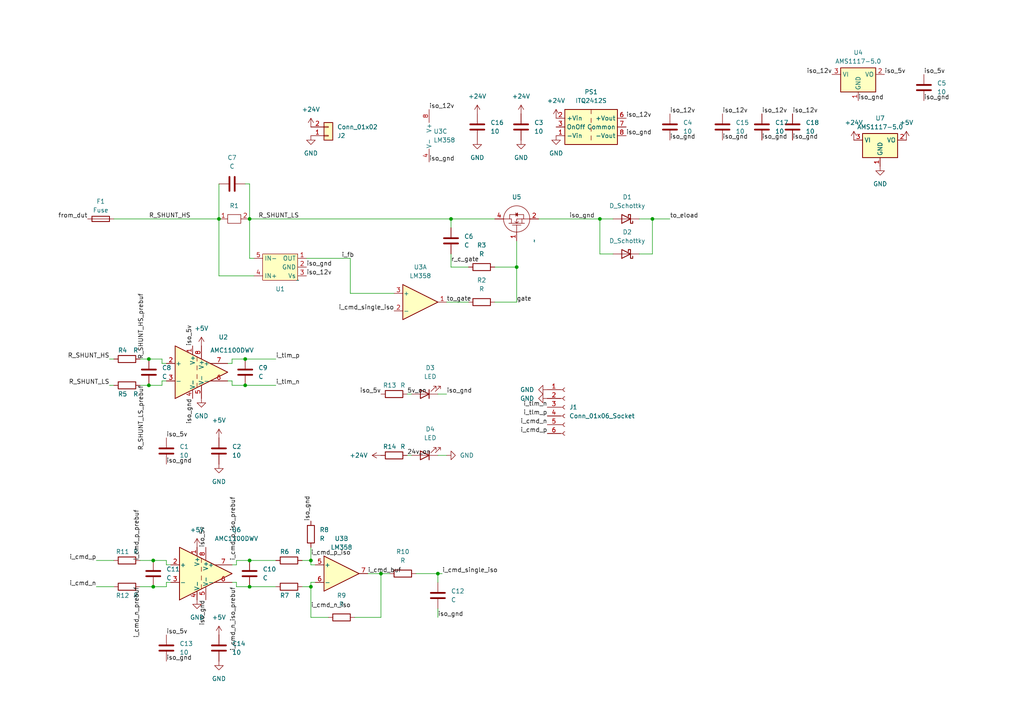
<source format=kicad_sch>
(kicad_sch (version 20230121) (generator eeschema)
  (paper "A4")
  (lib_symbols
    (symbol "Amplifier_Difference:AMC1100DWV" (pin_names (offset 0.127))
      (property "Reference" "U" (at 7.62 8.89 0))
      (property "Value" "AMC1100DWV" (at 1.27 6.35 0))
      (symbol "AMC1100DWV_0_1"
        (polyline (pts (xy -1.27 -3.175) (xy -1.27 -4.445)))
        (polyline (pts (xy -1.27 -0.635) (xy -1.27 -1.905)))
        (polyline (pts (xy -1.27 1.905) (xy -1.27 0.635)))
        (polyline (pts (xy -1.27 4.445) (xy -1.27 3.175)))
        (polyline (pts (xy -7.62 -7.62) (xy -7.62 7.62) (xy 7.62 0) (xy -7.62 -7.62)) (stroke (width 0.254)) (fill (type background)))
      )
      (symbol "AMC1100DWV_1_1"
        (pin power_in line (at -2.54 7.62 270) (length 2.54) (name "V+") (number "1"))
        (pin input line (at -10.16 2.54 0) (length 2.54) (name "+") (number "2"))
        (pin input line (at -10.16 -2.54 0) (length 2.54) (name "-") (number "3"))
        (pin power_in line (at -2.54 -7.62 90) (length 2.54) (name "V-") (number "4"))
        (pin power_in line (at 0 -7.62 90) (length 3.81) (name "V-") (number "5"))
        (pin output line (at 7.62 -2.54 180) (length 5.08) (name "-") (number "6"))
        (pin output line (at 7.62 2.54 180) (length 5.08) (name "+") (number "7"))
        (pin power_in line (at 0 7.62 270) (length 3.81) (name "V+") (number "8"))
      )
    )
    (symbol "Amplifier_Operational:LM358" (pin_names (offset 0.127))
      (property "Reference" "U" (at 0 5.08 0))
      (property "Value" "LM358" (at 0 -5.08 0))
      (symbol "LM358_1_1"
        (polyline (pts (xy -5.08 5.08) (xy 5.08 0) (xy -5.08 -5.08) (xy -5.08 5.08)) (stroke (width 0.254)) (fill (type background)))
        (pin output line (at 7.62 0 180) (length 2.54) (name "~") (number "1"))
        (pin input line (at -7.62 -2.54 0) (length 2.54) (name "-") (number "2"))
        (pin input line (at -7.62 2.54 0) (length 2.54) (name "+") (number "3"))
      )
      (symbol "LM358_2_1"
        (polyline (pts (xy -5.08 5.08) (xy 5.08 0) (xy -5.08 -5.08) (xy -5.08 5.08)) (stroke (width 0.254)) (fill (type background)))
        (pin input line (at -7.62 2.54 0) (length 2.54) (name "+") (number "5"))
        (pin input line (at -7.62 -2.54 0) (length 2.54) (name "-") (number "6"))
        (pin output line (at 7.62 0 180) (length 2.54) (name "~") (number "7"))
      )
      (symbol "LM358_3_1"
        (pin power_in line (at -2.54 -7.62 90) (length 3.81) (name "V-") (number "4"))
        (pin power_in line (at -2.54 7.62 270) (length 3.81) (name "V+") (number "8"))
      )
    )
    (symbol "Connector:Conn_01x06_Socket" (pin_names (offset 1.016) hide)
      (property "Reference" "J" (at 0 7.62 0))
      (property "Value" "Conn_01x06_Socket" (at 0 -10.16 0))
      (symbol "Conn_01x06_Socket_1_1"
        (arc (start 0 -7.112) (mid -0.5058 -7.62) (end 0 -8.128) (stroke (width 0.1524)))
        (arc (start 0 -4.572) (mid -0.5058 -5.08) (end 0 -5.588) (stroke (width 0.1524)))
        (arc (start 0 -2.032) (mid -0.5058 -2.54) (end 0 -3.048) (stroke (width 0.1524)))
        (polyline (pts (xy -1.27 -7.62) (xy -0.508 -7.62)) (stroke (width 0.1524)))
        (polyline (pts (xy -1.27 -5.08) (xy -0.508 -5.08)) (stroke (width 0.1524)))
        (polyline (pts (xy -1.27 -2.54) (xy -0.508 -2.54)) (stroke (width 0.1524)))
        (polyline (pts (xy -1.27 0) (xy -0.508 0)) (stroke (width 0.1524)))
        (polyline (pts (xy -1.27 2.54) (xy -0.508 2.54)) (stroke (width 0.1524)))
        (polyline (pts (xy -1.27 5.08) (xy -0.508 5.08)) (stroke (width 0.1524)))
        (arc (start 0 0.508) (mid -0.5058 0) (end 0 -0.508) (stroke (width 0.1524)))
        (arc (start 0 3.048) (mid -0.5058 2.54) (end 0 2.032) (stroke (width 0.1524)))
        (arc (start 0 5.588) (mid -0.5058 5.08) (end 0 4.572) (stroke (width 0.1524)))
        (pin passive line (at -5.08 5.08 0) (length 3.81) (name "Pin_1") (number "1"))
        (pin passive line (at -5.08 2.54 0) (length 3.81) (name "Pin_2") (number "2"))
        (pin passive line (at -5.08 0 0) (length 3.81) (name "Pin_3") (number "3"))
        (pin passive line (at -5.08 -2.54 0) (length 3.81) (name "Pin_4") (number "4"))
        (pin passive line (at -5.08 -5.08 0) (length 3.81) (name "Pin_5") (number "5"))
        (pin passive line (at -5.08 -7.62 0) (length 3.81) (name "Pin_6") (number "6"))
      )
    )
    (symbol "Connector_Generic:Conn_01x02" (pin_names (offset 1.016) hide)
      (property "Reference" "J" (at 0 2.54 0))
      (property "Value" "Conn_01x02" (at 0 -5.08 0))
      (symbol "Conn_01x02_1_1"
        (rectangle (start -1.27 -2.413) (end 0 -2.667) (stroke (width 0.1524)))
        (rectangle (start -1.27 0.127) (end 0 -0.127) (stroke (width 0.1524)))
        (rectangle (start -1.27 1.27) (end 1.27 -3.81) (stroke (width 0.254)) (fill (type background)))
        (pin passive line (at -5.08 0 0) (length 3.81) (name "Pin_1") (number "1"))
        (pin passive line (at -5.08 -2.54 0) (length 3.81) (name "Pin_2") (number "2"))
      )
    )
    (symbol "Converter_DCDC:ITQ2412S"
      (property "Reference" "PS" (at -7.62 6.35 0))
      (property "Value" "ITQ2412S" (at 1.27 6.35 0))
      (symbol "ITQ2412S_0_0"
        (pin power_in line (at -10.16 -2.54 0) (length 2.54) (name "-Vin") (number "1"))
        (pin power_in line (at -10.16 2.54 0) (length 2.54) (name "+Vin") (number "2"))
        (pin input line (at -10.16 0 0) (length 2.54) (name "OnOff") (number "3"))
        (pin no_connect line (at 0 5.08 270) (length 2.54) hide (name "NC") (number "5"))
        (pin power_out line (at 10.16 2.54 180) (length 2.54) (name "+Vout") (number "6"))
        (pin power_out line (at 10.16 0 180) (length 2.54) (name "Common") (number "7"))
        (pin power_out line (at 10.16 -2.54 180) (length 2.54) (name "-Vout") (number "8"))
      )
      (symbol "ITQ2412S_0_1"
        (rectangle (start -7.62 5.08) (end 7.62 -5.08) (stroke (width 0.254)) (fill (type background)))
        (polyline (pts (xy 0 -2.54) (xy 0 -3.81)))
        (polyline (pts (xy 0 0) (xy 0 -1.27)))
        (polyline (pts (xy 0 2.54) (xy 0 1.27)))
        (polyline (pts (xy 0 5.08) (xy 0 3.81)))
      )
    )
    (symbol "Device:C" (pin_numbers hide) (pin_names (offset 0.254))
      (property "Reference" "C" (at 0.635 2.54 0))
      (property "Value" "C" (at 0.635 -2.54 0))
      (symbol "C_0_1"
        (polyline (pts (xy -2.032 -0.762) (xy 2.032 -0.762)) (stroke (width 0.508)))
        (polyline (pts (xy -2.032 0.762) (xy 2.032 0.762)) (stroke (width 0.508)))
      )
      (symbol "C_1_1"
        (pin passive line (at 0 3.81 270) (length 2.794) (name "~") (number "1"))
        (pin passive line (at 0 -3.81 90) (length 2.794) (name "~") (number "2"))
      )
    )
    (symbol "Device:D_Schottky" (pin_numbers hide) (pin_names (offset 1.016) hide)
      (property "Reference" "D" (at 0 2.54 0))
      (property "Value" "D_Schottky" (at 0 -2.54 0))
      (symbol "D_Schottky_0_1"
        (polyline (pts (xy 1.27 0) (xy -1.27 0)))
        (polyline (pts (xy 1.27 1.27) (xy 1.27 -1.27) (xy -1.27 0) (xy 1.27 1.27)) (stroke (width 0.254)))
        (polyline (pts (xy -1.905 0.635) (xy -1.905 1.27) (xy -1.27 1.27) (xy -1.27 -1.27) (xy -0.635 -1.27) (xy -0.635 -0.635)) (stroke (width 0.254)))
      )
      (symbol "D_Schottky_1_1"
        (pin passive line (at -3.81 0 0) (length 2.54) (name "K") (number "1"))
        (pin passive line (at 3.81 0 180) (length 2.54) (name "A") (number "2"))
      )
    )
    (symbol "Device:Fuse" (pin_numbers hide) (pin_names (offset 0))
      (property "Reference" "F" (at 2.032 0 90))
      (property "Value" "Fuse" (at -1.905 0 90))
      (symbol "Fuse_0_1"
        (rectangle (start -0.762 -2.54) (end 0.762 2.54) (stroke (width 0.254)))
        (polyline (pts (xy 0 2.54) (xy 0 -2.54)))
      )
      (symbol "Fuse_1_1"
        (pin passive line (at 0 3.81 270) (length 1.27) (name "~") (number "1"))
        (pin passive line (at 0 -3.81 90) (length 1.27) (name "~") (number "2"))
      )
    )
    (symbol "Device:LED" (pin_numbers hide) (pin_names (offset 1.016) hide)
      (property "Reference" "D" (at 0 2.54 0))
      (property "Value" "LED" (at 0 -2.54 0))
      (symbol "LED_0_1"
        (polyline (pts (xy -1.27 -1.27) (xy -1.27 1.27)) (stroke (width 0.254)))
        (polyline (pts (xy -1.27 0) (xy 1.27 0)))
        (polyline (pts (xy 1.27 -1.27) (xy 1.27 1.27) (xy -1.27 0) (xy 1.27 -1.27)) (stroke (width 0.254)))
        (polyline (pts (xy -3.048 -0.762) (xy -4.572 -2.286) (xy -3.81 -2.286) (xy -4.572 -2.286) (xy -4.572 -1.524)))
        (polyline (pts (xy -1.778 -0.762) (xy -3.302 -2.286) (xy -2.54 -2.286) (xy -3.302 -2.286) (xy -3.302 -1.524)))
      )
      (symbol "LED_1_1"
        (pin passive line (at -3.81 0 0) (length 2.54) (name "K") (number "1"))
        (pin passive line (at 3.81 0 180) (length 2.54) (name "A") (number "2"))
      )
    )
    (symbol "Device:R" (pin_numbers hide) (pin_names (offset 0))
      (property "Reference" "R" (at 2.032 0 90))
      (property "Value" "R" (at 0 0 90))
      (symbol "R_0_1"
        (rectangle (start -1.016 -2.54) (end 1.016 2.54) (stroke (width 0.254)))
      )
      (symbol "R_1_1"
        (pin passive line (at 0 3.81 270) (length 1.27) (name "~") (number "1"))
        (pin passive line (at 0 -3.81 90) (length 1.27) (name "~") (number "2"))
      )
    )
    (symbol "Regulator_Linear:AMS1117-5.0"
      (property "Reference" "U" (at -3.81 3.175 0))
      (property "Value" "AMS1117-5.0" (at 0 3.175 0))
      (symbol "AMS1117-5.0_0_1"
        (rectangle (start -5.08 -5.08) (end 5.08 1.905) (stroke (width 0.254)) (fill (type background)))
      )
      (symbol "AMS1117-5.0_1_1"
        (pin power_in line (at 0 -7.62 90) (length 2.54) (name "GND") (number "1"))
        (pin power_out line (at 7.62 0 180) (length 2.54) (name "VO") (number "2"))
        (pin power_in line (at -7.62 0 0) (length 2.54) (name "VI") (number "3"))
      )
    )
    (symbol "my parts:INA281B1"
      (property "Reference" "U" (at 0 0 0))
      (symbol "INA281B1_1_1"
        (rectangle (start 0 7.62) (end 10.16 0) (fill (type background)))
        (pin input line (at -2.54 6.35 0) (length 2.54) (name "OUT") (number "1"))
        (pin input line (at -2.54 3.81 0) (length 2.54) (name "GND") (number "2"))
        (pin input line (at -2.54 1.27 0) (length 2.54) (name "Vs") (number "3"))
        (pin input line (at 12.7 1.27 180) (length 2.54) (name "IN+") (number "4"))
        (pin input line (at 12.7 6.35 180) (length 2.54) (name "IN-") (number "5"))
      )
    )
    (symbol "my parts:IPB032N10N5"
      (property "Reference" "U" (at 0 0 0))
      (symbol "IPB032N10N5_0_1"
        (polyline (pts (xy 4.572 6.35) (xy 4.572 3.81)))
        (polyline (pts (xy 5.08 7.366) (xy 5.08 2.794)))
        (polyline (pts (xy 6.35 3.556) (xy 5.08 3.556)))
        (polyline (pts (xy 6.35 6.604) (xy 5.08 6.604)))
        (polyline (pts (xy 6.35 6.604) (xy 6.35 8.89)))
        (polyline (pts (xy 2.54 5.08) (xy 4.318 5.08) (xy 4.572 5.08)))
        (polyline (pts (xy 7.62 5.334) (xy 7.62 7.112) (xy 6.35 7.112)))
        (polyline (pts (xy 8.128 5.334) (xy 7.112 5.334) (xy 7.62 5.334)))
        (polyline (pts (xy 6.35 1.27) (xy 6.35 5.08) (xy 5.08 5.08) (xy 5.588 5.588) (xy 5.08 5.08) (xy 5.588 4.572)))
        (polyline (pts (xy 6.35 3.048) (xy 7.62 3.048) (xy 7.62 4.826) (xy 8.128 4.826) (xy 7.62 5.334) (xy 7.112 4.826) (xy 7.62 4.826) (xy 7.62 5.334) (xy 7.874 5.08) (xy 7.62 4.826) (xy 7.366 5.08) (xy 7.366 4.826) (xy 7.874 4.826) (xy 7.874 5.08) (xy 7.366 5.08)))
        (circle (center 6.35 5.08) (radius 3.81))
      )
      (symbol "IPB032N10N5_1_1"
        (pin input line (at 0 5.08 0) (length 2.54) (name "") (number "1"))
        (pin input line (at 6.35 -1.27 90) (length 2.54) (name "") (number "2"))
        (pin input line (at 6.35 -1.27 90) (length 2.54) hide (name "") (number "3"))
        (pin input line (at 6.35 11.43 270) (length 2.54) (name "") (number "4"))
        (pin input line (at 6.35 -1.27 90) (length 2.54) hide (name "") (number "5"))
        (pin input line (at 6.35 -1.27 90) (length 2.54) hide (name "") (number "6"))
        (pin input line (at 6.35 -1.27 90) (length 2.54) hide (name "") (number "7"))
      )
    )
    (symbol "my parts:SLN5TTED5L00D"
      (property "Reference" "R" (at 1.27 -1.27 0))
      (symbol "SLN5TTED5L00D_0_1"
        (rectangle (start 0 0) (end 3.81 -2.54))
      )
      (symbol "SLN5TTED5L00D_1_1"
        (pin bidirectional line (at -2.54 -1.27 0) (length 2.54) (name "") (number "1"))
        (pin bidirectional line (at 6.35 -1.27 180) (length 2.54) (name "") (number "2"))
      )
    )
    (symbol "power:+24V" (power) (pin_names (offset 0))
      (property "Value" "+24V" (at 0 3.556 0))
      (symbol "+24V_0_1"
        (polyline (pts (xy -0.762 1.27) (xy 0 2.54)))
        (polyline (pts (xy 0 0) (xy 0 2.54)))
        (polyline (pts (xy 0 2.54) (xy 0.762 1.27)))
      )
      (symbol "+24V_1_1"
        (pin power_in line (at 0 0 90) (length 0) hide (name "+24V") (number "1"))
      )
    )
    (symbol "power:+5V" (power) (pin_names (offset 0))
      (property "Value" "+5V" (at 0 3.556 0))
      (symbol "+5V_0_1"
        (polyline (pts (xy -0.762 1.27) (xy 0 2.54)))
        (polyline (pts (xy 0 0) (xy 0 2.54)))
        (polyline (pts (xy 0 2.54) (xy 0.762 1.27)))
      )
      (symbol "+5V_1_1"
        (pin power_in line (at 0 0 90) (length 0) hide (name "+5V") (number "1"))
      )
    )
    (symbol "power:GND" (power) (pin_names (offset 0))
      (property "Value" "GND" (at 0 -3.81 0))
      (symbol "GND_0_1"
        (polyline (pts (xy 0 0) (xy 0 -1.27) (xy 1.27 -1.27) (xy 0 -2.54) (xy -1.27 -1.27) (xy 0 -1.27)))
      )
      (symbol "GND_1_1"
        (pin power_in line (at 0 0 270) (length 0) hide (name "GND") (number "1"))
      )
    )
  )
  (junction (at 72.39 162.56))
  (junction (at 43.18 104.14))
  (junction (at 110.49 166.37))
  (junction (at 43.18 111.76))
  (junction (at 71.12 104.14))
  (junction (at 90.17 162.56))
  (junction (at 130.81 63.5))
  (junction (at 71.12 111.76))
  (junction (at 173.99 63.5))
  (junction (at 63.5 63.5))
  (junction (at 72.39 170.18))
  (junction (at 44.45 162.56))
  (junction (at 127 166.37))
  (junction (at 44.45 170.18))
  (junction (at 90.17 170.18))
  (junction (at 189.23 63.5))
  (junction (at 149.86 77.47))
  (junction (at 72.39 63.5))
  (wire (pts (xy 189.23 63.5) (xy 189.23 73.66)))
  (wire (pts (xy 127 132.08) (xy 129.54 132.08)))
  (wire (pts (xy 40.64 162.56) (xy 44.45 162.56)))
  (wire (pts (xy 156.21 63.5) (xy 173.99 63.5)))
  (wire (pts (xy 149.86 69.85) (xy 149.86 77.47)))
  (wire (pts (xy 130.81 63.5) (xy 130.81 66.04)))
  (wire (pts (xy 118.11 114.3) (xy 119.38 114.3)))
  (wire (pts (xy 87.63 162.56) (xy 90.17 162.56)))
  (wire (pts (xy 40.64 170.18) (xy 44.45 170.18)))
  (wire (pts (xy 27.94 162.56) (xy 33.02 162.56)))
  (wire (pts (xy 173.99 63.5) (xy 173.99 73.66)))
  (wire (pts (xy 67.31 163.83) (xy 68.58 163.83)))
  (wire (pts (xy 63.5 53.34) (xy 63.5 63.5)))
  (wire (pts (xy 27.94 170.18) (xy 33.02 170.18)))
  (wire (pts (xy 48.26 162.56) (xy 48.26 163.83)))
  (wire (pts (xy 127 166.37) (xy 127 168.91)))
  (wire (pts (xy 63.5 80.01) (xy 73.66 80.01)))
  (wire (pts (xy 67.31 110.49) (xy 67.31 111.76)))
  (wire (pts (xy 68.58 162.56) (xy 72.39 162.56)))
  (wire (pts (xy 101.6 85.09) (xy 114.3 85.09)))
  (wire (pts (xy 90.17 158.75) (xy 90.17 162.56)))
  (wire (pts (xy 67.31 104.14) (xy 71.12 104.14)))
  (wire (pts (xy 101.6 74.93) (xy 88.9 74.93)))
  (wire (pts (xy 46.99 104.14) (xy 46.99 105.41)))
  (wire (pts (xy 130.81 73.66) (xy 130.81 77.47)))
  (wire (pts (xy 149.86 77.47) (xy 149.86 87.63)))
  (wire (pts (xy 46.99 105.41) (xy 48.26 105.41)))
  (wire (pts (xy 101.6 85.09) (xy 101.6 74.93)))
  (wire (pts (xy 143.51 87.63) (xy 149.86 87.63)))
  (wire (pts (xy 110.49 179.07) (xy 110.49 166.37)))
  (wire (pts (xy 173.99 63.5) (xy 177.8 63.5)))
  (wire (pts (xy 143.51 77.47) (xy 149.86 77.47)))
  (wire (pts (xy 46.99 110.49) (xy 48.26 110.49)))
  (wire (pts (xy 90.17 179.07) (xy 95.25 179.07)))
  (wire (pts (xy 68.58 168.91) (xy 68.58 170.18)))
  (wire (pts (xy 87.63 170.18) (xy 90.17 170.18)))
  (wire (pts (xy 43.18 104.14) (xy 46.99 104.14)))
  (wire (pts (xy 90.17 163.83) (xy 91.44 163.83)))
  (wire (pts (xy 72.39 74.93) (xy 73.66 74.93)))
  (wire (pts (xy 90.17 162.56) (xy 90.17 163.83)))
  (wire (pts (xy 40.64 111.76) (xy 43.18 111.76)))
  (wire (pts (xy 68.58 163.83) (xy 68.58 162.56)))
  (wire (pts (xy 71.12 53.34) (xy 72.39 53.34)))
  (wire (pts (xy 118.11 132.08) (xy 119.38 132.08)))
  (wire (pts (xy 129.54 87.63) (xy 135.89 87.63)))
  (wire (pts (xy 72.39 63.5) (xy 130.81 63.5)))
  (wire (pts (xy 48.26 170.18) (xy 48.26 168.91)))
  (wire (pts (xy 72.39 63.5) (xy 72.39 74.93)))
  (wire (pts (xy 48.26 163.83) (xy 49.53 163.83)))
  (wire (pts (xy 120.65 166.37) (xy 127 166.37)))
  (wire (pts (xy 66.04 105.41) (xy 67.31 105.41)))
  (wire (pts (xy 71.12 111.76) (xy 80.01 111.76)))
  (wire (pts (xy 48.26 168.91) (xy 49.53 168.91)))
  (wire (pts (xy 40.64 104.14) (xy 43.18 104.14)))
  (wire (pts (xy 90.17 170.18) (xy 90.17 168.91)))
  (wire (pts (xy 43.18 111.76) (xy 46.99 111.76)))
  (wire (pts (xy 185.42 73.66) (xy 189.23 73.66)))
  (wire (pts (xy 90.17 170.18) (xy 90.17 179.07)))
  (wire (pts (xy 31.75 111.76) (xy 33.02 111.76)))
  (wire (pts (xy 127 179.07) (xy 127 176.53)))
  (wire (pts (xy 189.23 63.5) (xy 185.42 63.5)))
  (wire (pts (xy 44.45 162.56) (xy 48.26 162.56)))
  (wire (pts (xy 72.39 162.56) (xy 80.01 162.56)))
  (wire (pts (xy 67.31 168.91) (xy 68.58 168.91)))
  (wire (pts (xy 68.58 170.18) (xy 72.39 170.18)))
  (wire (pts (xy 90.17 168.91) (xy 91.44 168.91)))
  (wire (pts (xy 173.99 73.66) (xy 177.8 73.66)))
  (wire (pts (xy 130.81 63.5) (xy 143.51 63.5)))
  (wire (pts (xy 110.49 166.37) (xy 113.03 166.37)))
  (wire (pts (xy 33.02 63.5) (xy 63.5 63.5)))
  (wire (pts (xy 67.31 105.41) (xy 67.31 104.14)))
  (wire (pts (xy 106.68 166.37) (xy 110.49 166.37)))
  (wire (pts (xy 67.31 111.76) (xy 71.12 111.76)))
  (wire (pts (xy 44.45 170.18) (xy 48.26 170.18)))
  (wire (pts (xy 72.39 170.18) (xy 80.01 170.18)))
  (wire (pts (xy 72.39 53.34) (xy 72.39 63.5)))
  (wire (pts (xy 130.81 77.47) (xy 135.89 77.47)))
  (wire (pts (xy 63.5 63.5) (xy 63.5 80.01)))
  (wire (pts (xy 66.04 110.49) (xy 67.31 110.49)))
  (wire (pts (xy 127 114.3) (xy 129.54 114.3)))
  (wire (pts (xy 194.31 63.5) (xy 189.23 63.5)))
  (wire (pts (xy 46.99 111.76) (xy 46.99 110.49)))
  (wire (pts (xy 71.12 104.14) (xy 80.01 104.14)))
  (wire (pts (xy 31.75 104.14) (xy 33.02 104.14)))
  (wire (pts (xy 102.87 179.07) (xy 110.49 179.07)))
  (wire (pts (xy 127 166.37) (xy 128.27 166.37)))
  (label "iso_gnd" (at 90.17 151.13 90))
  (label "iso_12v" (at 229.87 33.02 0))
  (label "iso_gnd" (at 48.26 134.62 0))
  (label "iso_5v" (at 55.88 100.33 90))
  (label "i_fb" (at 99.06 74.93 0))
  (label "iso_gnd" (at 124.46 46.99 0))
  (label "iso_12v" (at 181.61 34.29 0))
  (label "R_SHUNT_HS_prebuf" (at 41.91 104.14 90))
  (label "iso_gnd" (at 194.31 40.64 0))
  (label "i_cmd_p_prebuf" (at 40.64 162.56 90))
  (label "iso_5v" (at 48.26 127 0))
  (label "iso_gnd" (at 129.54 114.3 0))
  (label "i_cmd_buf" (at 106.68 166.37 0))
  (label "gate" (at 149.86 87.63 0))
  (label "i_cmd_p_iso" (at 90.17 161.29 0))
  (label "iso_gnd" (at 165.1 63.5 0))
  (label "iso_12v" (at 194.31 33.02 0))
  (label "R_SHUNT_LS_prebuf" (at 41.91 111.76 270))
  (label "iso_gnd" (at 55.88 115.57 270))
  (label "from_dut" (at 25.4 63.5 180))
  (label "iso_gnd" (at 220.98 40.64 0))
  (label "i_cmd_n" (at 27.94 170.18 180))
  (label "iso_5v" (at 110.49 114.3 180))
  (label "i_tlm_n" (at 80.01 111.76 0))
  (label "iso_gnd" (at 59.69 173.99 270))
  (label "i_tlm_p" (at 80.01 104.14 0))
  (label "R_SHUNT_HS" (at 31.75 104.14 180))
  (label "i_cmd_single_iso" (at 128.27 166.37 0))
  (label "iso_5v" (at 48.26 184.15 0))
  (label "i_cmd_n_iso" (at 90.17 176.53 0))
  (label "iso_12v" (at 88.9 80.01 0))
  (label "iso_gnd" (at 48.26 191.77 0))
  (label "i_cmd_n" (at 158.75 123.19 180))
  (label "i_cmd_p" (at 27.94 162.56 180))
  (label "iso_gnd" (at 209.55 40.64 0))
  (label "to_gate" (at 129.54 87.63 0))
  (label "i_tlm_p" (at 158.75 120.65 180))
  (label "R_SHUNT_LS" (at 74.93 63.5 0))
  (label "iso_gnd" (at 267.97 29.21 0))
  (label "i_cmd_n_iso_prebuf" (at 68.58 170.18 270))
  (label "iso_gnd" (at 181.61 39.37 0))
  (label "to_eload" (at 194.31 63.5 0))
  (label "iso_12v" (at 124.46 31.75 0))
  (label "i_cmd_single_iso" (at 114.3 90.17 180))
  (label "i_cmd_p" (at 158.75 125.73 180))
  (label "r_c_gate" (at 130.81 76.2 0))
  (label "i_cmd_p_iso_prebuf" (at 68.58 162.56 90))
  (label "iso_5v" (at 267.97 21.59 0))
  (label "iso_gnd" (at 229.87 40.64 0))
  (label "iso_12v" (at 220.98 33.02 0))
  (label "iso_gnd" (at 88.9 77.47 0))
  (label "R_SHUNT_LS" (at 31.75 111.76 180))
  (label "i_cmd_n_prebuf" (at 40.64 170.18 270))
  (label "iso_5v" (at 256.54 21.59 0))
  (label "iso_gnd" (at 127 179.07 0))
  (label "iso_12v" (at 209.55 33.02 0))
  (label "iso_gnd" (at 248.92 29.21 0))
  (label "5v_on" (at 118.11 114.3 0))
  (label "24v_on" (at 118.11 132.08 0))
  (label "iso_12v" (at 241.3 21.59 180))
  (label "iso_5v" (at 59.69 158.75 90))
  (label "R_SHUNT_HS" (at 43.18 63.5 0))
  (label "i_tlm_n" (at 158.75 118.11 180))
  (symbol (lib_id "Amplifier_Operational:LM358") (at 121.92 87.63 0) (unit 1)
    (property "Reference" "U3" (at 121.92 77.47 0))
    (property "Value" "LM358" (at 121.92 80.01 0))
    (property "Footprint" "Package_SO:SOIC-8_3.9x4.9mm_P1.27mm" (effects hide))
    (property "Datasheet" "http://www.ti.com/lit/ds/symlink/lm2904-n.pdf" (effects hide))
  )
  (symbol (lib_id "Regulator_Linear:AMS1117-5.0") (at 248.92 21.59 0) (unit 1)
    (property "Reference" "U4" (at 248.92 15.24 0))
    (property "Value" "AMS1117-5.0" (at 248.92 17.78 0))
    (property "Footprint" "Package_TO_SOT_SMD:SOT-223-3_TabPin2" (effects hide))
    (property "Datasheet" "http://www.advanced-monolithic.com/pdf/ds1117.pdf" (effects hide))
  )
  (symbol (lib_id "power:GND") (at 138.43 40.64 0) (unit 1)
    (property "Reference" "#PWR018" (effects hide))
    (property "Value" "GND" (at 138.43 45.72 0))
  )
  (symbol (lib_id "Connector_Generic:Conn_01x02") (at 95.25 39.37 0) (mirror x) (unit 1)
    (property "Reference" "J2" (at 97.79 39.37 0) (effects (justify left)))
    (property "Value" "Conn_01x02" (at 97.79 36.83 0) (effects (justify left)))
    (property "Footprint" "Connector_Phoenix_SPT:PhoenixContact_SPT_2.5_2-H-5.0_1x02_P5.0mm_Horizontal" (effects hide))
  )
  (symbol (lib_id "Amplifier_Difference:AMC1100DWV") (at 58.42 107.95 0) (unit 1)
    (property "Reference" "U2" (at 64.77 97.79 0))
    (property "Value" "AMC1100DWV" (at 67.31 101.6 0))
    (property "Footprint" "Package_SO:SOIC-8_7.5x5.85mm_P1.27mm" (effects hide))
    (property "Datasheet" "http://www.ti.com/lit/ds/symlink/amc1100.pdf" (effects hide))
  )
  (symbol (lib_id "Regulator_Linear:AMS1117-5.0") (at 255.27 40.64 0) (unit 1)
    (property "Reference" "U7" (at 255.27 34.29 0))
    (property "Value" "AMS1117-5.0" (at 255.27 36.83 0))
    (property "Footprint" "Package_TO_SOT_SMD:SOT-223-3_TabPin2" (effects hide))
    (property "Datasheet" "http://www.advanced-monolithic.com/pdf/ds1117.pdf" (effects hide))
  )
  (symbol (lib_id "power:+24V") (at 247.65 40.64 0) (unit 1)
    (property "Reference" "#PWR019" (effects hide))
    (property "Value" "+24V" (at 247.65 35.56 0))
  )
  (symbol (lib_id "Amplifier_Operational:LM358") (at 127 39.37 0) (unit 3)
    (property "Reference" "U3" (at 125.73 38.1 0) (effects (justify left)))
    (property "Value" "LM358" (at 125.73 40.64 0) (effects (justify left)))
    (property "Footprint" "Package_SO:SOIC-8_3.9x4.9mm_P1.27mm" (effects hide))
    (property "Datasheet" "http://www.ti.com/lit/ds/symlink/lm2904-n.pdf" (effects hide))
  )
  (symbol (lib_id "Amplifier_Difference:AMC1100DWV") (at 59.69 166.37 0) (unit 1)
    (property "Reference" "U6" (at 68.58 153.67 0))
    (property "Value" "AMC1100DWV" (at 68.58 156.21 0))
    (property "Footprint" "Package_SO:SOIC-8_7.5x5.85mm_P1.27mm" (effects hide))
    (property "Datasheet" "http://www.ti.com/lit/ds/symlink/amc1100.pdf" (effects hide))
  )
  (symbol (lib_id "Device:R") (at 36.83 104.14 90) (unit 1)
    (property "Reference" "R4" (at 35.56 101.6 90))
    (property "Value" "R" (at 39.37 101.6 90))
    (property "Footprint" "Resistor_SMD:R_0603_1608Metric_Pad0.98x0.95mm_HandSolder" (effects hide))
  )
  (symbol (lib_id "power:+5V") (at 262.89 40.64 0) (unit 1)
    (property "Reference" "#PWR021" (effects hide))
    (property "Value" "+5V" (at 262.89 35.56 0))
  )
  (symbol (lib_id "Device:LED") (at 123.19 132.08 180) (unit 1)
    (property "Reference" "D4" (at 124.7775 124.46 0))
    (property "Value" "LED" (at 124.7775 127 0))
    (property "Footprint" "LED_SMD:LED_0603_1608Metric_Pad1.05x0.95mm_HandSolder" (effects hide))
  )
  (symbol (lib_id "power:+24V") (at 151.13 33.02 0) (unit 1)
    (property "Reference" "#PWR07" (effects hide))
    (property "Value" "+24V" (at 151.13 27.94 0))
  )
  (symbol (lib_id "Device:C") (at 63.5 130.81 0) (unit 1)
    (property "Reference" "C2" (at 67.31 129.54 0) (effects (justify left)))
    (property "Value" "10" (at 67.31 132.08 0) (effects (justify left)))
    (property "Footprint" "Capacitor_SMD:C_1206_3216Metric_Pad1.33x1.80mm_HandSolder" (effects hide))
  )
  (symbol (lib_id "Device:C") (at 43.18 107.95 0) (unit 1)
    (property "Reference" "C8" (at 46.99 106.68 0) (effects (justify left)))
    (property "Value" "C" (at 46.99 109.22 0) (effects (justify left)))
    (property "Footprint" "Capacitor_SMD:C_0603_1608Metric_Pad1.08x0.95mm_HandSolder" (effects hide))
  )
  (symbol (lib_id "Device:LED") (at 123.19 114.3 180) (unit 1)
    (property "Reference" "D3" (at 124.7775 106.68 0))
    (property "Value" "LED" (at 124.7775 109.22 0))
    (property "Footprint" "LED_SMD:LED_0603_1608Metric_Pad1.05x0.95mm_HandSolder" (effects hide))
  )
  (symbol (lib_id "power:+5V") (at 58.42 100.33 0) (unit 1)
    (property "Reference" "#PWR04" (effects hide))
    (property "Value" "+5V" (at 58.42 95.25 0))
  )
  (symbol (lib_id "Amplifier_Operational:LM358") (at 99.06 166.37 0) (unit 2)
    (property "Reference" "U3" (at 99.06 156.21 0))
    (property "Value" "LM358" (at 99.06 158.75 0))
    (property "Footprint" "Package_SO:SOIC-8_3.9x4.9mm_P1.27mm" (effects hide))
    (property "Datasheet" "http://www.ti.com/lit/ds/symlink/lm2904-n.pdf" (effects hide))
  )
  (symbol (lib_id "Device:C") (at 63.5 187.96 0) (unit 1)
    (property "Reference" "C14" (at 67.31 186.69 0) (effects (justify left)))
    (property "Value" "10" (at 67.31 189.23 0) (effects (justify left)))
    (property "Footprint" "Capacitor_SMD:C_1206_3216Metric_Pad1.33x1.80mm_HandSolder" (effects hide))
  )
  (symbol (lib_id "power:+24V") (at 110.49 132.08 90) (unit 1)
    (property "Reference" "#PWR014" (effects hide))
    (property "Value" "+24V" (at 106.68 132.08 90) (effects (justify left)))
  )
  (symbol (lib_id "Device:C") (at 48.26 187.96 0) (unit 1)
    (property "Reference" "C13" (at 52.07 186.69 0) (effects (justify left)))
    (property "Value" "10" (at 52.07 189.23 0) (effects (justify left)))
    (property "Footprint" "Capacitor_SMD:C_1206_3216Metric_Pad1.33x1.80mm_HandSolder" (effects hide))
  )
  (symbol (lib_id "Device:R") (at 99.06 179.07 270) (unit 1)
    (property "Reference" "R9" (at 99.06 172.72 90))
    (property "Value" "R" (at 99.06 175.26 90))
    (property "Footprint" "Resistor_SMD:R_0603_1608Metric_Pad0.98x0.95mm_HandSolder" (effects hide))
  )
  (symbol (lib_id "Device:C") (at 229.87 36.83 0) (unit 1)
    (property "Reference" "C18" (at 233.68 35.56 0) (effects (justify left)))
    (property "Value" "10" (at 233.68 38.1 0) (effects (justify left)))
    (property "Footprint" "Capacitor_SMD:C_1206_3216Metric_Pad1.33x1.80mm_HandSolder" (effects hide))
  )
  (symbol (lib_id "Device:C") (at 67.31 53.34 90) (unit 1)
    (property "Reference" "C7" (at 67.31 45.72 90))
    (property "Value" "C" (at 67.31 48.26 90))
    (property "Footprint" "Capacitor_SMD:C_0603_1608Metric_Pad1.08x0.95mm_HandSolder" (effects hide))
  )
  (symbol (lib_id "Device:R") (at 90.17 154.94 180) (unit 1)
    (property "Reference" "R8" (at 92.71 153.67 0) (effects (justify right)))
    (property "Value" "R" (at 92.71 156.21 0) (effects (justify right)))
    (property "Footprint" "Resistor_SMD:R_0603_1608Metric_Pad0.98x0.95mm_HandSolder" (effects hide))
  )
  (symbol (lib_id "Device:C") (at 130.81 69.85 0) (unit 1)
    (property "Reference" "C6" (at 134.62 68.58 0) (effects (justify left)))
    (property "Value" "C" (at 134.62 71.12 0) (effects (justify left)))
    (property "Footprint" "Capacitor_SMD:C_0603_1608Metric_Pad1.08x0.95mm_HandSolder" (effects hide))
  )
  (symbol (lib_id "Device:R") (at 36.83 111.76 90) (unit 1)
    (property "Reference" "R5" (at 35.56 114.3 90))
    (property "Value" "R" (at 39.37 114.3 90))
    (property "Footprint" "Resistor_SMD:R_0603_1608Metric_Pad0.98x0.95mm_HandSolder" (effects hide))
  )
  (symbol (lib_id "Device:C") (at 71.12 107.95 0) (unit 1)
    (property "Reference" "C9" (at 74.93 106.68 0) (effects (justify left)))
    (property "Value" "C" (at 74.93 109.22 0) (effects (justify left)))
    (property "Footprint" "Capacitor_SMD:C_0603_1608Metric_Pad1.08x0.95mm_HandSolder" (effects hide))
  )
  (symbol (lib_id "Device:R") (at 114.3 114.3 90) (unit 1)
    (property "Reference" "R13" (at 113.03 111.76 90))
    (property "Value" "R" (at 116.84 111.76 90))
    (property "Footprint" "Resistor_SMD:R_0603_1608Metric_Pad0.98x0.95mm_HandSolder" (effects hide))
  )
  (symbol (lib_id "Device:C") (at 48.26 130.81 0) (unit 1)
    (property "Reference" "C1" (at 52.07 129.54 0) (effects (justify left)))
    (property "Value" "10" (at 52.07 132.08 0) (effects (justify left)))
    (property "Footprint" "Capacitor_SMD:C_1206_3216Metric_Pad1.33x1.80mm_HandSolder" (effects hide))
  )
  (symbol (lib_id "power:GND") (at 151.13 40.64 0) (unit 1)
    (property "Reference" "#PWR08" (effects hide))
    (property "Value" "GND" (at 151.13 45.72 0))
  )
  (symbol (lib_id "Device:R") (at 139.7 87.63 90) (unit 1)
    (property "Reference" "R2" (at 139.7 81.28 90))
    (property "Value" "R" (at 139.7 83.82 90))
    (property "Footprint" "Resistor_SMD:R_0603_1608Metric_Pad0.98x0.95mm_HandSolder" (effects hide))
  )
  (symbol (lib_id "Device:C") (at 44.45 166.37 0) (unit 1)
    (property "Reference" "C11" (at 48.26 165.1 0) (effects (justify left)))
    (property "Value" "C" (at 48.26 167.64 0) (effects (justify left)))
    (property "Footprint" "Capacitor_SMD:C_0603_1608Metric_Pad1.08x0.95mm_HandSolder" (effects hide))
  )
  (symbol (lib_id "power:GND") (at 161.29 39.37 0) (unit 1)
    (property "Reference" "#PWR06" (effects hide))
    (property "Value" "GND" (at 161.29 44.45 0))
  )
  (symbol (lib_id "my parts:SLN5TTED5L00D") (at 66.04 62.23 0) (unit 1)
    (property "Reference" "R1" (at 67.945 59.69 0))
    (property "Footprint" "178-009-613R571:4527" (effects hide))
  )
  (symbol (lib_id "power:GND") (at 255.27 48.26 0) (unit 1)
    (property "Reference" "#PWR020" (effects hide))
    (property "Value" "GND" (at 255.27 53.34 0))
  )
  (symbol (lib_id "Device:R") (at 139.7 77.47 90) (unit 1)
    (property "Reference" "R3" (at 139.7 71.12 90))
    (property "Value" "R" (at 139.7 73.66 90))
    (property "Footprint" "Resistor_SMD:R_0603_1608Metric_Pad0.98x0.95mm_HandSolder" (effects hide))
  )
  (symbol (lib_id "power:+5V") (at 63.5 127 0) (unit 1)
    (property "Reference" "#PWR01" (effects hide))
    (property "Value" "+5V" (at 63.5 121.92 0))
  )
  (symbol (lib_id "power:GND") (at 58.42 115.57 0) (unit 1)
    (property "Reference" "#PWR03" (effects hide))
    (property "Value" "GND" (at 58.42 120.65 0))
  )
  (symbol (lib_id "Device:R") (at 114.3 132.08 90) (unit 1)
    (property "Reference" "R14" (at 113.03 129.54 90))
    (property "Value" "R" (at 116.84 129.54 90))
    (property "Footprint" "Resistor_SMD:R_0603_1608Metric_Pad0.98x0.95mm_HandSolder" (effects hide))
  )
  (symbol (lib_id "power:+5V") (at 63.5 184.15 0) (unit 1)
    (property "Reference" "#PWR011" (effects hide))
    (property "Value" "+5V" (at 63.5 179.07 0))
  )
  (symbol (lib_id "Device:C") (at 194.31 36.83 0) (unit 1)
    (property "Reference" "C4" (at 198.12 35.56 0) (effects (justify left)))
    (property "Value" "10" (at 198.12 38.1 0) (effects (justify left)))
    (property "Footprint" "Capacitor_SMD:C_1206_3216Metric_Pad1.33x1.80mm_HandSolder" (effects hide))
  )
  (symbol (lib_id "Connector:Conn_01x06_Socket") (at 163.83 118.11 0) (unit 1)
    (property "Reference" "J1" (at 165.1 118.11 0) (effects (justify left)))
    (property "Value" "Conn_01x06_Socket" (at 165.1 120.65 0) (effects (justify left)))
    (property "Footprint" "Connector_PinHeader_2.54mm:PinHeader_1x06_P2.54mm_Vertical" (effects hide))
  )
  (symbol (lib_id "Device:D_Schottky") (at 181.61 63.5 180) (unit 1)
    (property "Reference" "D1" (at 181.9275 57.15 0))
    (property "Value" "D_Schottky" (at 181.9275 59.69 0))
    (property "Footprint" "Diode_SMD:D_PowerDI-5" (effects hide))
  )
  (symbol (lib_id "my parts:INA281B1") (at 86.36 81.28 0) (mirror y) (unit 1)
    (property "Reference" "U1" (at 81.28 83.82 0))
    (property "Value" "~" (at 86.36 81.28 0))
    (property "Footprint" "Package_TO_SOT_SMD:SOT-23-5_HandSoldering" (effects hide))
  )
  (symbol (lib_id "power:+24V") (at 161.29 34.29 0) (unit 1)
    (property "Reference" "#PWR05" (effects hide))
    (property "Value" "+24V" (at 161.29 29.21 0))
  )
  (symbol (lib_id "power:+24V") (at 138.43 33.02 0) (unit 1)
    (property "Reference" "#PWR017" (effects hide))
    (property "Value" "+24V" (at 138.43 27.94 0))
  )
  (symbol (lib_id "Device:R") (at 116.84 166.37 270) (unit 1)
    (property "Reference" "R10" (at 116.84 160.02 90))
    (property "Value" "R" (at 116.84 162.56 90))
    (property "Footprint" "Resistor_SMD:R_0603_1608Metric_Pad0.98x0.95mm_HandSolder" (effects hide))
  )
  (symbol (lib_id "Device:C") (at 72.39 166.37 0) (unit 1)
    (property "Reference" "C10" (at 76.2 165.1 0) (effects (justify left)))
    (property "Value" "C" (at 76.2 167.64 0) (effects (justify left)))
    (property "Footprint" "Capacitor_SMD:C_0603_1608Metric_Pad1.08x0.95mm_HandSolder" (effects hide))
  )
  (symbol (lib_id "power:GND") (at 57.15 173.99 0) (unit 1)
    (property "Reference" "#PWR09" (effects hide))
    (property "Value" "GND" (at 57.15 179.07 0))
  )
  (symbol (lib_id "power:GND") (at 158.75 115.57 270) (unit 1)
    (property "Reference" "#PWR023" (effects hide))
    (property "Value" "GND" (at 154.94 115.57 90) (effects (justify right)))
  )
  (symbol (lib_id "power:+5V") (at 57.15 158.75 0) (unit 1)
    (property "Reference" "#PWR010" (effects hide))
    (property "Value" "+5V" (at 57.15 153.67 0))
  )
  (symbol (lib_id "power:GND") (at 63.5 134.62 0) (unit 1)
    (property "Reference" "#PWR02" (effects hide))
    (property "Value" "GND" (at 63.5 139.7 0))
  )
  (symbol (lib_id "Device:C") (at 151.13 36.83 0) (unit 1)
    (property "Reference" "C3" (at 154.94 35.56 0) (effects (justify left)))
    (property "Value" "10" (at 154.94 38.1 0) (effects (justify left)))
    (property "Footprint" "Capacitor_SMD:C_1206_3216Metric_Pad1.33x1.80mm_HandSolder" (effects hide))
  )
  (symbol (lib_id "power:+24V") (at 90.17 36.83 0) (unit 1)
    (property "Reference" "#PWR015" (effects hide))
    (property "Value" "+24V" (at 90.17 31.75 0))
  )
  (symbol (lib_id "Device:C") (at 267.97 25.4 0) (unit 1)
    (property "Reference" "C5" (at 271.78 24.13 0) (effects (justify left)))
    (property "Value" "10" (at 271.78 26.67 0) (effects (justify left)))
    (property "Footprint" "Capacitor_SMD:C_1206_3216Metric_Pad1.33x1.80mm_HandSolder" (effects hide))
  )
  (symbol (lib_id "power:GND") (at 90.17 39.37 0) (unit 1)
    (property "Reference" "#PWR016" (effects hide))
    (property "Value" "GND" (at 90.17 44.45 0))
  )
  (symbol (lib_id "Device:C") (at 127 172.72 0) (unit 1)
    (property "Reference" "C12" (at 130.81 171.45 0) (effects (justify left)))
    (property "Value" "C" (at 130.81 173.99 0) (effects (justify left)))
    (property "Footprint" "Capacitor_SMD:C_0603_1608Metric_Pad1.08x0.95mm_HandSolder" (effects hide))
  )
  (symbol (lib_id "Device:C") (at 138.43 36.83 0) (unit 1)
    (property "Reference" "C16" (at 142.24 35.56 0) (effects (justify left)))
    (property "Value" "10" (at 142.24 38.1 0) (effects (justify left)))
    (property "Footprint" "Capacitor_SMD:C_1206_3216Metric_Pad1.33x1.80mm_HandSolder" (effects hide))
  )
  (symbol (lib_id "power:GND") (at 158.75 113.03 270) (unit 1)
    (property "Reference" "#PWR022" (effects hide))
    (property "Value" "GND" (at 154.94 113.03 90) (effects (justify right)))
  )
  (symbol (lib_id "power:GND") (at 129.54 132.08 90) (unit 1)
    (property "Reference" "#PWR013" (effects hide))
    (property "Value" "GND" (at 133.35 132.08 90) (effects (justify right)))
  )
  (symbol (lib_id "my parts:IPB032N10N5") (at 154.94 69.85 90) (unit 1)
    (property "Reference" "U5" (at 149.86 57.15 90))
    (property "Value" "~" (at 154.94 69.85 0))
    (property "Footprint" "Package_TO_SOT_SMD:TO-263-6" (effects hide))
  )
  (symbol (lib_id "power:GND") (at 63.5 191.77 0) (unit 1)
    (property "Reference" "#PWR012" (effects hide))
    (property "Value" "GND" (at 63.5 196.85 0))
  )
  (symbol (lib_id "Device:C") (at 220.98 36.83 0) (unit 1)
    (property "Reference" "C17" (at 224.79 35.56 0) (effects (justify left)))
    (property "Value" "10" (at 224.79 38.1 0) (effects (justify left)))
    (property "Footprint" "Capacitor_SMD:C_1206_3216Metric_Pad1.33x1.80mm_HandSolder" (effects hide))
  )
  (symbol (lib_id "Device:R") (at 36.83 162.56 90) (unit 1)
    (property "Reference" "R11" (at 35.56 160.02 90))
    (property "Value" "R" (at 39.37 160.02 90))
    (property "Footprint" "Resistor_SMD:R_0603_1608Metric_Pad0.98x0.95mm_HandSolder" (effects hide))
  )
  (symbol (lib_id "Device:C") (at 209.55 36.83 0) (unit 1)
    (property "Reference" "C15" (at 213.36 35.56 0) (effects (justify left)))
    (property "Value" "10" (at 213.36 38.1 0) (effects (justify left)))
    (property "Footprint" "Capacitor_SMD:C_1206_3216Metric_Pad1.33x1.80mm_HandSolder" (effects hide))
  )
  (symbol (lib_id "Device:D_Schottky") (at 181.61 73.66 180) (unit 1)
    (property "Reference" "D2" (at 181.9275 67.31 0))
    (property "Value" "D_Schottky" (at 181.9275 69.85 0))
    (property "Footprint" "Diode_SMD:D_PowerDI-5" (effects hide))
  )
  (symbol (lib_id "Device:R") (at 83.82 170.18 90) (unit 1)
    (property "Reference" "R7" (at 82.55 172.72 90))
    (property "Value" "R" (at 86.36 172.72 90))
    (property "Footprint" "Resistor_SMD:R_0603_1608Metric_Pad0.98x0.95mm_HandSolder" (effects hide))
  )
  (symbol (lib_id "Device:Fuse") (at 29.21 63.5 90) (unit 1)
    (property "Reference" "F1" (at 29.21 58.42 90))
    (property "Value" "Fuse" (at 29.21 60.96 90))
    (property "Footprint" "Fuse:Fuse_Schurter_UMT250" (effects hide))
  )
  (symbol (lib_id "Device:R") (at 83.82 162.56 90) (unit 1)
    (property "Reference" "R6" (at 82.55 160.02 90))
    (property "Value" "R" (at 86.36 160.02 90))
    (property "Footprint" "Resistor_SMD:R_0603_1608Metric_Pad0.98x0.95mm_HandSolder" (effects hide))
  )
  (symbol (lib_id "Device:R") (at 36.83 170.18 90) (unit 1)
    (property "Reference" "R12" (at 35.56 172.72 90))
    (property "Value" "R" (at 39.37 172.72 90))
    (property "Footprint" "Resistor_SMD:R_0603_1608Metric_Pad0.98x0.95mm_HandSolder" (effects hide))
  )
  (symbol (lib_id "Converter_DCDC:ITQ2412S") (at 171.45 36.83 0) (unit 1)
    (property "Reference" "PS1" (at 171.45 26.67 0))
    (property "Value" "ITQ2412S" (at 171.45 29.21 0))
    (property "Footprint" "Converter_DCDC:Converter_DCDC_XP_POWER-ITxxxxxS_THT" (effects hide))
    (property "Datasheet" "https://www.xppower.com/pdfs/SF_ITQ.pdf" (effects hide))
  )
)
</source>
